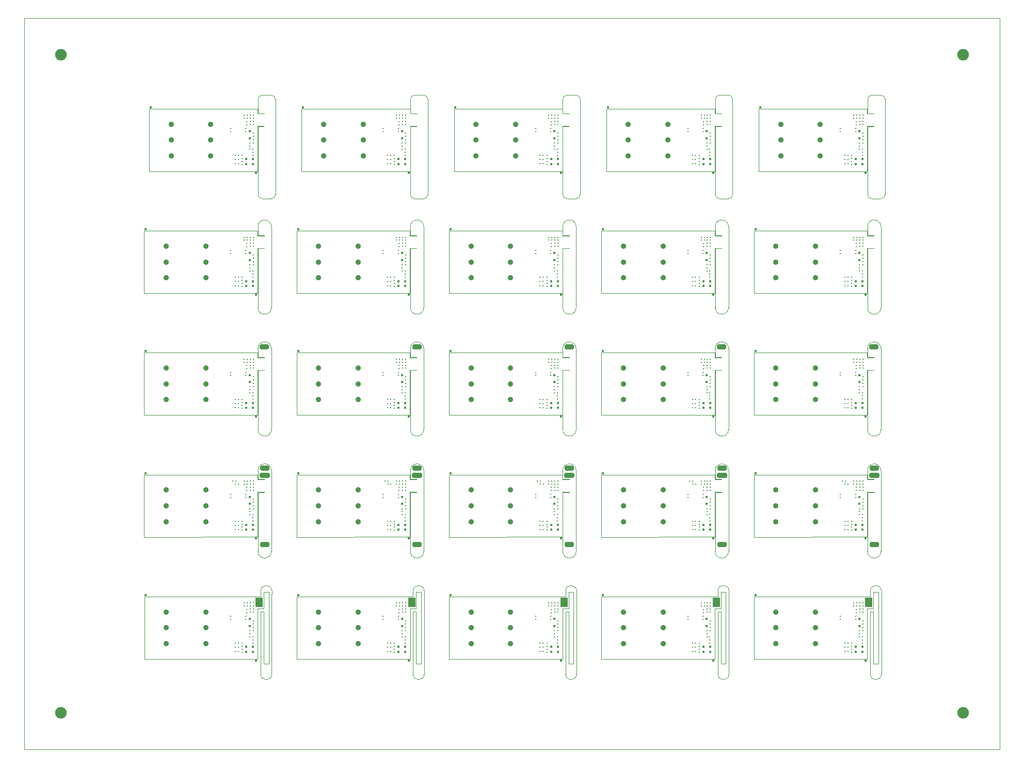
<source format=gbr>
G04 EasyPC Gerber Version 20.0.2 Build 4112 *
G04 #@! TF.Part,Single*
G04 #@! TF.FileFunction,Paste,Top *
%FSLAX35Y35*%
%MOIN*%
G04 #@! TA.AperFunction,WasherPad*
%ADD125R,0.04718X0.05899*%
G04 #@! TA.AperFunction,SMDPad*
%ADD82R,0.00781X0.00781*%
%ADD105R,0.01569X0.01569*%
G04 #@! TD.AperFunction*
%ADD11C,0.00004*%
%ADD14C,0.00079*%
G04 #@! TA.AperFunction,SMDPad*
%ADD84C,0.00466*%
G04 #@! TA.AperFunction,WasherPad*
%ADD81C,0.01569*%
%ADD79C,0.03537*%
%ADD77C,0.07474*%
%AMT122*0 Rounded Rectangle Pad at angle 90*4,1,48,0.02950,-0.00310,0.02950,0.00310,0.02935,0.00518,0.02891,0.00721,0.02818,0.00916,0.02718,0.01098,0.02593,0.01265,0.02446,0.01412,0.02280,0.01537,0.02097,0.01637,0.01902,0.01709,0.01699,0.01754,0.01491,0.01769,-0.01491,0.01769,-0.01699,0.01754,-0.01902,0.01709,-0.02097,0.01637,-0.02280,0.01537,-0.02446,0.01412,-0.02593,0.01265,-0.02718,0.01098,-0.02818,0.00916,-0.02891,0.00721,-0.02935,0.00518,-0.02950,0.00310,-0.02950,-0.00310,-0.02935,-0.00518,-0.02891,-0.00721,-0.02818,-0.00916,-0.02718,-0.01098,-0.02593,-0.01265,-0.02446,-0.01412,-0.02280,-0.01537,-0.02097,-0.01637,-0.01902,-0.01709,-0.01699,-0.01754,-0.01491,-0.01769,0.01491,-0.01769,0.01699,-0.01754,0.01902,-0.01709,0.02097,-0.01637,0.02280,-0.01537,0.02446,-0.01412,0.02593,-0.01265,0.02718,-0.01098,0.02818,-0.00916,0.02891,-0.00721,0.02935,-0.00518,0.02950,-0.00310,0*%
%ADD122T122*%
%AMT128*0 Rounded Rectangle Pad at angle 90*4,1,48,0.03343,-0.00310,0.03343,0.00310,0.03328,0.00518,0.03284,0.00721,0.03211,0.00916,0.03112,0.01098,0.02987,0.01265,0.02840,0.01412,0.02673,0.01537,0.02491,0.01637,0.02296,0.01709,0.02093,0.01754,0.01885,0.01769,-0.01885,0.01769,-0.02093,0.01754,-0.02296,0.01709,-0.02491,0.01637,-0.02673,0.01537,-0.02840,0.01412,-0.02987,0.01265,-0.03112,0.01098,-0.03211,0.00916,-0.03284,0.00721,-0.03328,0.00518,-0.03343,0.00310,-0.03343,-0.00310,-0.03328,-0.00518,-0.03284,-0.00721,-0.03211,-0.00916,-0.03112,-0.01098,-0.02987,-0.01265,-0.02840,-0.01412,-0.02673,-0.01537,-0.02491,-0.01637,-0.02296,-0.01709,-0.02093,-0.01754,-0.01885,-0.01769,0.01885,-0.01769,0.02093,-0.01754,0.02296,-0.01709,0.02491,-0.01637,0.02673,-0.01537,0.02840,-0.01412,0.02987,-0.01265,0.03112,-0.01098,0.03211,-0.00916,0.03284,-0.00721,0.03328,-0.00518,0.03343,-0.00310,0*%
%ADD128T128*%
X0Y0D02*
D02*
D11*
X77413Y137346D02*
Y177665D01*
X147432Y177673*
X150637Y177665*
Y174520*
X154972*
Y174720*
X150838*
Y180287*
G75*
G02X159503I4333*
G01*
Y128102*
G75*
G02X150838I-4333*
G01*
Y166299*
X154972*
Y166500*
X150637*
Y137362*
X77413Y137346*
Y216087D02*
Y256406D01*
X147432Y256413*
X150637Y256406*
Y253260*
X154972*
Y253461*
X150838*
Y259028*
G75*
G02X159503I4333*
G01*
Y206843*
G75*
G02X150838I-4333*
G01*
Y245039*
X154972*
Y245240*
X150637*
Y216102*
X77413Y216087*
Y294827D02*
Y335146D01*
X147432Y335154*
X150637Y335146*
Y332000*
X154972*
Y332201*
X150838*
Y337768*
G75*
G02X159503I4333*
G01*
Y285583*
G75*
G02X150838I-4333*
G01*
Y323780*
X154972*
Y323980*
X150637*
Y294843*
X77413Y294827*
X77436Y58622D02*
X150669D01*
Y91335*
X154613*
Y101925*
X157755*
Y55622*
X154613*
Y89331*
X152641*
Y48764*
G75*
G03X159724I3541*
G01*
Y97815*
X159771Y102543*
G75*
G03X152641I-3565*
G01*
Y98961*
X77417*
X77436Y98941*
Y58622*
X80602Y373583D02*
Y413898D01*
X150684Y413925*
Y410772*
X155019*
Y410972*
X150881*
Y419996*
G75*
G02X153669Y422783I2787*
G01*
X159363*
G75*
G02X162106Y420041J-2743*
G01*
Y358581*
G75*
G02X159374Y355850I-2731*
G01*
X153654*
G75*
G02X150881Y358623J2773*
G01*
Y402551*
X154731*
Y402752*
X150684*
Y373614*
X80602Y373583*
X175838Y137346D02*
Y177665D01*
X245857Y177673*
X249062Y177665*
Y174520*
X253397*
Y174720*
X249263*
Y180287*
G75*
G02X257928I4333*
G01*
Y128102*
G75*
G02X249263I-4333*
G01*
Y166299*
X253397*
Y166500*
X249062*
Y137362*
X175838Y137346*
Y216087D02*
Y256406D01*
X245857Y256413*
X249062Y256406*
Y253260*
X253397*
Y253461*
X249263*
Y259028*
G75*
G02X257928I4333*
G01*
Y206843*
G75*
G02X249263I-4333*
G01*
Y245039*
X253397*
Y245240*
X249062*
Y216102*
X175838Y216087*
Y294827D02*
Y335146D01*
X245857Y335154*
X249062Y335146*
Y332000*
X253397*
Y332201*
X249263*
Y337768*
G75*
G02X257928I4333*
G01*
Y285583*
G75*
G02X249263I-4333*
G01*
Y323780*
X253397*
Y323980*
X249062*
Y294843*
X175838Y294827*
X175861Y58622D02*
X249094D01*
Y91335*
X253039*
Y101925*
X256180*
Y55622*
X253039*
Y89331*
X251066*
Y48764*
G75*
G03X258149I3541*
G01*
Y97815*
X258196Y102543*
G75*
G03X251066I-3565*
G01*
Y98961*
X175842*
X175861Y98941*
Y58622*
X179027Y373583D02*
Y413898D01*
X249109Y413925*
Y410772*
X253444*
Y410972*
X249306*
Y419996*
G75*
G02X252094Y422783I2787*
G01*
X257788*
G75*
G02X260531Y420041J-2743*
G01*
Y358581*
G75*
G02X257800Y355850I-2731*
G01*
X252079*
G75*
G02X249306Y358623J2773*
G01*
Y402551*
X253157*
Y402752*
X249109*
Y373614*
X179027Y373583*
X274263Y137346D02*
Y177665D01*
X344283Y177673*
X347487Y177665*
Y174520*
X351822*
Y174720*
X347688*
Y180287*
G75*
G02X356354I4333*
G01*
Y128102*
G75*
G02X347688I-4333*
G01*
Y166299*
X351822*
Y166500*
X347487*
Y137362*
X274263Y137346*
Y216087D02*
Y256406D01*
X344283Y256413*
X347487Y256406*
Y253260*
X351822*
Y253461*
X347688*
Y259028*
G75*
G02X356354I4333*
G01*
Y206843*
G75*
G02X347688I-4333*
G01*
Y245039*
X351822*
Y245240*
X347487*
Y216102*
X274263Y216087*
Y294827D02*
Y335146D01*
X344283Y335154*
X347487Y335146*
Y332000*
X351822*
Y332201*
X347688*
Y337768*
G75*
G02X356354I4333*
G01*
Y285583*
G75*
G02X347688I-4333*
G01*
Y323780*
X351822*
Y323980*
X347487*
Y294843*
X274263Y294827*
X274287Y58622D02*
X347519D01*
Y91335*
X351464*
Y101925*
X354606*
Y55622*
X351464*
Y89331*
X349491*
Y48764*
G75*
G03X356574I3541*
G01*
Y97815*
X356621Y102543*
G75*
G03X349491I-3565*
G01*
Y98961*
X274267*
X274287Y98941*
Y58622*
X277452Y373583D02*
Y413898D01*
X347535Y413925*
Y410772*
X351869*
Y410972*
X347731*
Y419996*
G75*
G02X350519Y422783I2787*
G01*
X356213*
G75*
G02X358956Y420041J-2743*
G01*
Y358581*
G75*
G02X356225Y355850I-2731*
G01*
X350504*
G75*
G02X347731Y358623J2773*
G01*
Y402551*
X351582*
Y402752*
X347535*
Y373614*
X277452Y373583*
X372688Y137346D02*
Y177665D01*
X442708Y177673*
X445913Y177665*
Y174520*
X450247*
Y174720*
X446113*
Y180287*
G75*
G02X454779I4333*
G01*
Y128102*
G75*
G02X446113I-4333*
G01*
Y166299*
X450247*
Y166500*
X445913*
Y137362*
X372688Y137346*
Y216087D02*
Y256406D01*
X442708Y256413*
X445913Y256406*
Y253260*
X450247*
Y253461*
X446113*
Y259028*
G75*
G02X454779I4333*
G01*
Y206843*
G75*
G02X446113I-4333*
G01*
Y245039*
X450247*
Y245240*
X445913*
Y216102*
X372688Y216087*
Y294827D02*
Y335146D01*
X442708Y335154*
X445913Y335146*
Y332000*
X450247*
Y332201*
X446113*
Y337768*
G75*
G02X454779I4333*
G01*
Y285583*
G75*
G02X446113I-4333*
G01*
Y323780*
X450247*
Y323980*
X445913*
Y294843*
X372688Y294827*
X372712Y58622D02*
X445944D01*
Y91335*
X449889*
Y101925*
X453031*
Y55622*
X449889*
Y89331*
X447917*
Y48764*
G75*
G03X454999I3541*
G01*
Y97815*
X455046Y102543*
G75*
G03X447917I-3565*
G01*
Y98961*
X372692*
X372712Y98941*
Y58622*
X375877Y373583D02*
Y413898D01*
X445960Y413925*
Y410772*
X450294*
Y410972*
X446157*
Y419996*
G75*
G02X448944Y422783I2787*
G01*
X454638*
G75*
G02X457381Y420041J-2743*
G01*
Y358581*
G75*
G02X454650Y355850I-2731*
G01*
X448930*
G75*
G02X446157Y358623J2773*
G01*
Y402551*
X450007*
Y402752*
X445960*
Y373614*
X375877Y373583*
X471113Y137346D02*
Y177665D01*
X541133Y177673*
X544338Y177665*
Y174520*
X548672*
Y174720*
X544539*
Y180287*
G75*
G02X553204I4333*
G01*
Y128102*
G75*
G02X544539I-4333*
G01*
Y166299*
X548672*
Y166500*
X544338*
Y137362*
X471113Y137346*
Y216087D02*
Y256406D01*
X541133Y256413*
X544338Y256406*
Y253260*
X548672*
Y253461*
X544539*
Y259028*
G75*
G02X553204I4333*
G01*
Y206843*
G75*
G02X544539I-4333*
G01*
Y245039*
X548672*
Y245240*
X544338*
Y216102*
X471113Y216087*
Y294827D02*
Y335146D01*
X541133Y335154*
X544338Y335146*
Y332000*
X548672*
Y332201*
X544539*
Y337768*
G75*
G02X553204I4333*
G01*
Y285583*
G75*
G02X544539I-4333*
G01*
Y323780*
X548672*
Y323980*
X544338*
Y294843*
X471113Y294827*
X471137Y58622D02*
X544369D01*
Y91335*
X548314*
Y101925*
X551456*
Y55622*
X548314*
Y89331*
X546342*
Y48764*
G75*
G03X553424I3541*
G01*
Y97815*
X553472Y102543*
G75*
G03X546342I-3565*
G01*
Y98961*
X471117*
X471137Y98941*
Y58622*
X474302Y373583D02*
Y413898D01*
X544385Y413925*
Y410772*
X548720*
Y410972*
X544582*
Y419996*
G75*
G02X547369Y422783I2787*
G01*
X553063*
G75*
G02X555806Y420041J-2743*
G01*
Y358581*
G75*
G02X553075Y355850I-2731*
G01*
X547355*
G75*
G02X544582Y358623J2773*
G01*
Y402551*
X548432*
Y402752*
X544385*
Y373614*
X474302Y373583*
D02*
D14*
X39Y39D02*
X629961D01*
Y472480*
X39*
Y39*
D02*
D77*
X23701Y23701D03*
Y448819D03*
X606299Y23701D03*
Y448819D03*
D02*
D79*
X91627Y68543D03*
Y78779D03*
Y89015D03*
Y147283D03*
Y157519D03*
Y167755D03*
Y226023D03*
Y236259D03*
Y246495D03*
Y304763D03*
Y314999D03*
Y325235D03*
X94777Y383503D03*
Y393739D03*
Y403976D03*
X117218Y68543D03*
Y78779D03*
Y89015D03*
Y147283D03*
Y157519D03*
Y167755D03*
Y226023D03*
Y236259D03*
Y246495D03*
Y304763D03*
Y314999D03*
Y325235D03*
X120367Y383503D03*
Y393739D03*
Y403976D03*
X190052Y68543D03*
Y78779D03*
Y89015D03*
Y147283D03*
Y157519D03*
Y167755D03*
Y226023D03*
Y236259D03*
Y246495D03*
Y304763D03*
Y314999D03*
Y325235D03*
X193202Y383503D03*
Y393739D03*
Y403976D03*
X215643Y68543D03*
Y78779D03*
Y89015D03*
Y147283D03*
Y157519D03*
Y167755D03*
Y226023D03*
Y236259D03*
Y246495D03*
Y304763D03*
Y314999D03*
Y325235D03*
X218793Y383503D03*
Y393739D03*
Y403976D03*
X288478Y68543D03*
Y78779D03*
Y89015D03*
Y147283D03*
Y157519D03*
Y167755D03*
Y226023D03*
Y236259D03*
Y246495D03*
Y304763D03*
Y314999D03*
Y325235D03*
X291627Y383503D03*
Y393739D03*
Y403976D03*
X314068Y68543D03*
Y78779D03*
Y89015D03*
Y147283D03*
Y157519D03*
Y167755D03*
Y226023D03*
Y236259D03*
Y246495D03*
Y304763D03*
Y314999D03*
Y325235D03*
X317218Y383503D03*
Y393739D03*
Y403976D03*
X386903Y68543D03*
Y78779D03*
Y89015D03*
Y147283D03*
Y157519D03*
Y167755D03*
Y226023D03*
Y236259D03*
Y246495D03*
Y304763D03*
Y314999D03*
Y325235D03*
X390052Y383503D03*
Y393739D03*
Y403976D03*
X412493Y68543D03*
Y78779D03*
Y89015D03*
Y147283D03*
Y157519D03*
Y167755D03*
Y226023D03*
Y236259D03*
Y246495D03*
Y304763D03*
Y314999D03*
Y325235D03*
X415643Y383503D03*
Y393739D03*
Y403976D03*
X485328Y68543D03*
Y78779D03*
Y89015D03*
Y147283D03*
Y157519D03*
Y167755D03*
Y226023D03*
Y236259D03*
Y246495D03*
Y304763D03*
Y314999D03*
Y325235D03*
X488478Y383503D03*
Y393739D03*
Y403976D03*
X510919Y68543D03*
Y78779D03*
Y89015D03*
Y147283D03*
Y157519D03*
Y167755D03*
Y226023D03*
Y236259D03*
Y246495D03*
Y304763D03*
Y314999D03*
Y325235D03*
X514068Y383503D03*
Y393739D03*
Y403976D03*
D02*
D81*
X78399Y99921D03*
Y178661D03*
Y257402D03*
Y336142D03*
X81548Y414882D03*
X145429Y79945D03*
Y84472D03*
Y158685D03*
Y163213D03*
Y237425D03*
Y241953D03*
Y316165D03*
Y320693D03*
Y394906D03*
Y399433D03*
X149659Y57638D03*
Y136378D03*
Y215118D03*
Y293858D03*
Y372598D03*
X176824Y99921D03*
Y178661D03*
Y257402D03*
Y336142D03*
X179974Y414882D03*
X243854Y79945D03*
Y84472D03*
Y158685D03*
Y163213D03*
Y237425D03*
Y241953D03*
Y316165D03*
Y320693D03*
Y394906D03*
Y399433D03*
X248084Y57638D03*
Y136378D03*
Y215118D03*
Y293858D03*
Y372598D03*
X275249Y99921D03*
Y178661D03*
Y257402D03*
Y336142D03*
X278399Y414882D03*
X342280Y79945D03*
Y84472D03*
Y158685D03*
Y163213D03*
Y237425D03*
Y241953D03*
Y316165D03*
Y320693D03*
Y394906D03*
Y399433D03*
X346509Y57638D03*
Y136378D03*
Y215118D03*
Y293858D03*
Y372598D03*
X373674Y99921D03*
Y178661D03*
Y257402D03*
Y336142D03*
X376824Y414882D03*
X440705Y79945D03*
Y84472D03*
Y158685D03*
Y163213D03*
Y237425D03*
Y241953D03*
Y316165D03*
Y320693D03*
Y394906D03*
Y399433D03*
X444934Y57638D03*
Y136378D03*
Y215118D03*
Y293858D03*
Y372598D03*
X472100Y99921D03*
Y178661D03*
Y257402D03*
Y336142D03*
X475249Y414882D03*
X539130Y79945D03*
Y84472D03*
Y158685D03*
Y163213D03*
Y237425D03*
Y241953D03*
Y316165D03*
Y320693D03*
Y394906D03*
Y399433D03*
X543359Y57638D03*
Y136378D03*
Y215118D03*
Y293858D03*
Y372598D03*
D02*
D82*
X133243Y84205D03*
Y86173D03*
Y162945D03*
Y164913D03*
Y241685D03*
Y243654D03*
Y320425D03*
Y322394D03*
Y399165D03*
Y401134D03*
X134460Y173366D03*
X136165Y63453D03*
Y66146D03*
Y68839D03*
Y142193D03*
Y144886D03*
Y147579D03*
Y220933D03*
Y223626D03*
Y226319D03*
Y299673D03*
Y302366D03*
Y305059D03*
Y378413D03*
Y381106D03*
Y383799D03*
X136330Y171358D03*
X136428Y173366D03*
X138133Y63453D03*
Y66146D03*
Y68839D03*
Y142193D03*
Y144886D03*
Y147579D03*
Y220933D03*
Y223626D03*
Y226319D03*
Y299673D03*
Y302366D03*
Y305059D03*
Y378413D03*
Y381106D03*
Y383799D03*
X138298Y171358D03*
X140645Y62988D03*
Y64957D03*
Y66866D03*
Y68835D03*
Y141728D03*
Y143697D03*
Y145606D03*
Y147575D03*
Y220469D03*
Y222437D03*
Y224346D03*
Y226315D03*
Y299209D03*
Y301177D03*
Y303087D03*
Y305055D03*
Y377949D03*
Y379917D03*
Y381827D03*
Y383795D03*
X141842Y92815D03*
Y94783D03*
Y171555D03*
Y173524D03*
Y250295D03*
Y252264D03*
Y329035D03*
Y331004D03*
Y407776D03*
Y409744D03*
X143067Y84205D03*
Y86173D03*
Y162945D03*
Y164913D03*
Y241685D03*
Y243654D03*
Y320425D03*
Y322394D03*
Y399165D03*
Y401134D03*
X143417Y88677D03*
Y90646D03*
Y167417D03*
Y169386D03*
Y246157D03*
Y248126D03*
Y324898D03*
Y326866D03*
Y403638D03*
Y405606D03*
X143810Y92815D03*
Y94783D03*
Y171555D03*
Y173524D03*
Y250295D03*
Y252264D03*
Y329035D03*
Y331004D03*
Y407776D03*
Y409744D03*
X145483Y74953D03*
Y76921D03*
Y153693D03*
Y155661D03*
Y232433D03*
Y234402D03*
Y311173D03*
Y313142D03*
Y389913D03*
Y391882D03*
X145487Y72996D03*
Y151736D03*
Y230476D03*
Y309217D03*
Y387957D03*
X145779Y88878D03*
Y90846D03*
Y92815D03*
Y94783D03*
Y167618D03*
Y169587D03*
Y171555D03*
Y173524D03*
Y246358D03*
Y248327D03*
Y250295D03*
Y252264D03*
Y325098D03*
Y327067D03*
Y329035D03*
Y331004D03*
Y403839D03*
Y405807D03*
Y407776D03*
Y409744D03*
X147456Y68992D03*
Y70961D03*
Y72996D03*
Y147732D03*
Y149701D03*
Y151736D03*
Y226472D03*
Y228441D03*
Y230476D03*
Y305213D03*
Y307181D03*
Y309217D03*
Y383953D03*
Y385921D03*
Y387957D03*
X147747Y88878D03*
Y90846D03*
Y92815D03*
Y94783D03*
Y167618D03*
Y169587D03*
Y171555D03*
Y173524D03*
Y246358D03*
Y248327D03*
Y250295D03*
Y252264D03*
Y325098D03*
Y327067D03*
Y329035D03*
Y331004D03*
Y403839D03*
Y405807D03*
Y407776D03*
Y409744D03*
X147791Y76941D03*
Y78909D03*
Y81240D03*
Y83209D03*
Y155681D03*
Y157650D03*
Y159980D03*
Y161949D03*
Y234421D03*
Y236390D03*
Y238720D03*
Y240689D03*
Y313161D03*
Y315130D03*
Y317461D03*
Y319429D03*
Y391902D03*
Y393870D03*
Y396201D03*
Y398169D03*
X231669Y84205D03*
Y86173D03*
Y162945D03*
Y164913D03*
Y241685D03*
Y243654D03*
Y320425D03*
Y322394D03*
Y399165D03*
Y401134D03*
X232885Y173366D03*
X234590Y63453D03*
Y66146D03*
Y68839D03*
Y142193D03*
Y144886D03*
Y147579D03*
Y220933D03*
Y223626D03*
Y226319D03*
Y299673D03*
Y302366D03*
Y305059D03*
Y378413D03*
Y381106D03*
Y383799D03*
X234755Y171358D03*
X234854Y173366D03*
X236558Y63453D03*
Y66146D03*
Y68839D03*
Y142193D03*
Y144886D03*
Y147579D03*
Y220933D03*
Y223626D03*
Y226319D03*
Y299673D03*
Y302366D03*
Y305059D03*
Y378413D03*
Y381106D03*
Y383799D03*
X236724Y171358D03*
X239070Y62988D03*
Y64957D03*
Y66866D03*
Y68835D03*
Y141728D03*
Y143697D03*
Y145606D03*
Y147575D03*
Y220469D03*
Y222437D03*
Y224346D03*
Y226315D03*
Y299209D03*
Y301177D03*
Y303087D03*
Y305055D03*
Y377949D03*
Y379917D03*
Y381827D03*
Y383795D03*
X240267Y92815D03*
Y94783D03*
Y171555D03*
Y173524D03*
Y250295D03*
Y252264D03*
Y329035D03*
Y331004D03*
Y407776D03*
Y409744D03*
X241492Y84205D03*
Y86173D03*
Y162945D03*
Y164913D03*
Y241685D03*
Y243654D03*
Y320425D03*
Y322394D03*
Y399165D03*
Y401134D03*
X241842Y88677D03*
Y90646D03*
Y167417D03*
Y169386D03*
Y246157D03*
Y248126D03*
Y324898D03*
Y326866D03*
Y403638D03*
Y405606D03*
X242235Y92815D03*
Y94783D03*
Y171555D03*
Y173524D03*
Y250295D03*
Y252264D03*
Y329035D03*
Y331004D03*
Y407776D03*
Y409744D03*
X243909Y74953D03*
Y76921D03*
Y153693D03*
Y155661D03*
Y232433D03*
Y234402D03*
Y311173D03*
Y313142D03*
Y389913D03*
Y391882D03*
X243913Y72996D03*
Y151736D03*
Y230476D03*
Y309217D03*
Y387957D03*
X244204Y88878D03*
Y90846D03*
Y92815D03*
Y94783D03*
Y167618D03*
Y169587D03*
Y171555D03*
Y173524D03*
Y246358D03*
Y248327D03*
Y250295D03*
Y252264D03*
Y325098D03*
Y327067D03*
Y329035D03*
Y331004D03*
Y403839D03*
Y405807D03*
Y407776D03*
Y409744D03*
X245881Y68992D03*
Y70961D03*
Y72996D03*
Y147732D03*
Y149701D03*
Y151736D03*
Y226472D03*
Y228441D03*
Y230476D03*
Y305213D03*
Y307181D03*
Y309217D03*
Y383953D03*
Y385921D03*
Y387957D03*
X246172Y88878D03*
Y90846D03*
Y92815D03*
Y94783D03*
Y167618D03*
Y169587D03*
Y171555D03*
Y173524D03*
Y246358D03*
Y248327D03*
Y250295D03*
Y252264D03*
Y325098D03*
Y327067D03*
Y329035D03*
Y331004D03*
Y403839D03*
Y405807D03*
Y407776D03*
Y409744D03*
X246217Y76941D03*
Y78909D03*
Y81240D03*
Y83209D03*
Y155681D03*
Y157650D03*
Y159980D03*
Y161949D03*
Y234421D03*
Y236390D03*
Y238720D03*
Y240689D03*
Y313161D03*
Y315130D03*
Y317461D03*
Y319429D03*
Y391902D03*
Y393870D03*
Y396201D03*
Y398169D03*
X330094Y84205D03*
Y86173D03*
Y162945D03*
Y164913D03*
Y241685D03*
Y243654D03*
Y320425D03*
Y322394D03*
Y399165D03*
Y401134D03*
X331310Y173366D03*
X333015Y63453D03*
Y66146D03*
Y68839D03*
Y142193D03*
Y144886D03*
Y147579D03*
Y220933D03*
Y223626D03*
Y226319D03*
Y299673D03*
Y302366D03*
Y305059D03*
Y378413D03*
Y381106D03*
Y383799D03*
X333180Y171358D03*
X333279Y173366D03*
X334983Y63453D03*
Y66146D03*
Y68839D03*
Y142193D03*
Y144886D03*
Y147579D03*
Y220933D03*
Y223626D03*
Y226319D03*
Y299673D03*
Y302366D03*
Y305059D03*
Y378413D03*
Y381106D03*
Y383799D03*
X335149Y171358D03*
X337495Y62988D03*
Y64957D03*
Y66866D03*
Y68835D03*
Y141728D03*
Y143697D03*
Y145606D03*
Y147575D03*
Y220469D03*
Y222437D03*
Y224346D03*
Y226315D03*
Y299209D03*
Y301177D03*
Y303087D03*
Y305055D03*
Y377949D03*
Y379917D03*
Y381827D03*
Y383795D03*
X338692Y92815D03*
Y94783D03*
Y171555D03*
Y173524D03*
Y250295D03*
Y252264D03*
Y329035D03*
Y331004D03*
Y407776D03*
Y409744D03*
X339917Y84205D03*
Y86173D03*
Y162945D03*
Y164913D03*
Y241685D03*
Y243654D03*
Y320425D03*
Y322394D03*
Y399165D03*
Y401134D03*
X340267Y88677D03*
Y90646D03*
Y167417D03*
Y169386D03*
Y246157D03*
Y248126D03*
Y324898D03*
Y326866D03*
Y403638D03*
Y405606D03*
X340661Y92815D03*
Y94783D03*
Y171555D03*
Y173524D03*
Y250295D03*
Y252264D03*
Y329035D03*
Y331004D03*
Y407776D03*
Y409744D03*
X342334Y74953D03*
Y76921D03*
Y153693D03*
Y155661D03*
Y232433D03*
Y234402D03*
Y311173D03*
Y313142D03*
Y389913D03*
Y391882D03*
X342338Y72996D03*
Y151736D03*
Y230476D03*
Y309217D03*
Y387957D03*
X342629Y88878D03*
Y90846D03*
Y92815D03*
Y94783D03*
Y167618D03*
Y169587D03*
Y171555D03*
Y173524D03*
Y246358D03*
Y248327D03*
Y250295D03*
Y252264D03*
Y325098D03*
Y327067D03*
Y329035D03*
Y331004D03*
Y403839D03*
Y405807D03*
Y407776D03*
Y409744D03*
X344306Y68992D03*
Y70961D03*
Y72996D03*
Y147732D03*
Y149701D03*
Y151736D03*
Y226472D03*
Y228441D03*
Y230476D03*
Y305213D03*
Y307181D03*
Y309217D03*
Y383953D03*
Y385921D03*
Y387957D03*
X344598Y88878D03*
Y90846D03*
Y92815D03*
Y94783D03*
Y167618D03*
Y169587D03*
Y171555D03*
Y173524D03*
Y246358D03*
Y248327D03*
Y250295D03*
Y252264D03*
Y325098D03*
Y327067D03*
Y329035D03*
Y331004D03*
Y403839D03*
Y405807D03*
Y407776D03*
Y409744D03*
X344642Y76941D03*
Y78909D03*
Y81240D03*
Y83209D03*
Y155681D03*
Y157650D03*
Y159980D03*
Y161949D03*
Y234421D03*
Y236390D03*
Y238720D03*
Y240689D03*
Y313161D03*
Y315130D03*
Y317461D03*
Y319429D03*
Y391902D03*
Y393870D03*
Y396201D03*
Y398169D03*
X428519Y84205D03*
Y86173D03*
Y162945D03*
Y164913D03*
Y241685D03*
Y243654D03*
Y320425D03*
Y322394D03*
Y399165D03*
Y401134D03*
X429735Y173366D03*
X431440Y63453D03*
Y66146D03*
Y68839D03*
Y142193D03*
Y144886D03*
Y147579D03*
Y220933D03*
Y223626D03*
Y226319D03*
Y299673D03*
Y302366D03*
Y305059D03*
Y378413D03*
Y381106D03*
Y383799D03*
X431606Y171358D03*
X431704Y173366D03*
X433409Y63453D03*
Y66146D03*
Y68839D03*
Y142193D03*
Y144886D03*
Y147579D03*
Y220933D03*
Y223626D03*
Y226319D03*
Y299673D03*
Y302366D03*
Y305059D03*
Y378413D03*
Y381106D03*
Y383799D03*
X433574Y171358D03*
X435920Y62988D03*
Y64957D03*
Y66866D03*
Y68835D03*
Y141728D03*
Y143697D03*
Y145606D03*
Y147575D03*
Y220469D03*
Y222437D03*
Y224346D03*
Y226315D03*
Y299209D03*
Y301177D03*
Y303087D03*
Y305055D03*
Y377949D03*
Y379917D03*
Y381827D03*
Y383795D03*
X437117Y92815D03*
Y94783D03*
Y171555D03*
Y173524D03*
Y250295D03*
Y252264D03*
Y329035D03*
Y331004D03*
Y407776D03*
Y409744D03*
X438343Y84205D03*
Y86173D03*
Y162945D03*
Y164913D03*
Y241685D03*
Y243654D03*
Y320425D03*
Y322394D03*
Y399165D03*
Y401134D03*
X438692Y88677D03*
Y90646D03*
Y167417D03*
Y169386D03*
Y246157D03*
Y248126D03*
Y324898D03*
Y326866D03*
Y403638D03*
Y405606D03*
X439086Y92815D03*
Y94783D03*
Y171555D03*
Y173524D03*
Y250295D03*
Y252264D03*
Y329035D03*
Y331004D03*
Y407776D03*
Y409744D03*
X440759Y74953D03*
Y76921D03*
Y153693D03*
Y155661D03*
Y232433D03*
Y234402D03*
Y311173D03*
Y313142D03*
Y389913D03*
Y391882D03*
X440763Y72996D03*
Y151736D03*
Y230476D03*
Y309217D03*
Y387957D03*
X441054Y88878D03*
Y90846D03*
Y92815D03*
Y94783D03*
Y167618D03*
Y169587D03*
Y171555D03*
Y173524D03*
Y246358D03*
Y248327D03*
Y250295D03*
Y252264D03*
Y325098D03*
Y327067D03*
Y329035D03*
Y331004D03*
Y403839D03*
Y405807D03*
Y407776D03*
Y409744D03*
X442731Y68992D03*
Y70961D03*
Y72996D03*
Y147732D03*
Y149701D03*
Y151736D03*
Y226472D03*
Y228441D03*
Y230476D03*
Y305213D03*
Y307181D03*
Y309217D03*
Y383953D03*
Y385921D03*
Y387957D03*
X443023Y88878D03*
Y90846D03*
Y92815D03*
Y94783D03*
Y167618D03*
Y169587D03*
Y171555D03*
Y173524D03*
Y246358D03*
Y248327D03*
Y250295D03*
Y252264D03*
Y325098D03*
Y327067D03*
Y329035D03*
Y331004D03*
Y403839D03*
Y405807D03*
Y407776D03*
Y409744D03*
X443067Y76941D03*
Y78909D03*
Y81240D03*
Y83209D03*
Y155681D03*
Y157650D03*
Y159980D03*
Y161949D03*
Y234421D03*
Y236390D03*
Y238720D03*
Y240689D03*
Y313161D03*
Y315130D03*
Y317461D03*
Y319429D03*
Y391902D03*
Y393870D03*
Y396201D03*
Y398169D03*
X526944Y84205D03*
Y86173D03*
Y162945D03*
Y164913D03*
Y241685D03*
Y243654D03*
Y320425D03*
Y322394D03*
Y399165D03*
Y401134D03*
X528161Y173366D03*
X529865Y63453D03*
Y66146D03*
Y68839D03*
Y142193D03*
Y144886D03*
Y147579D03*
Y220933D03*
Y223626D03*
Y226319D03*
Y299673D03*
Y302366D03*
Y305059D03*
Y378413D03*
Y381106D03*
Y383799D03*
X530031Y171358D03*
X530129Y173366D03*
X531834Y63453D03*
Y66146D03*
Y68839D03*
Y142193D03*
Y144886D03*
Y147579D03*
Y220933D03*
Y223626D03*
Y226319D03*
Y299673D03*
Y302366D03*
Y305059D03*
Y378413D03*
Y381106D03*
Y383799D03*
X531999Y171358D03*
X534346Y62988D03*
Y64957D03*
Y66866D03*
Y68835D03*
Y141728D03*
Y143697D03*
Y145606D03*
Y147575D03*
Y220469D03*
Y222437D03*
Y224346D03*
Y226315D03*
Y299209D03*
Y301177D03*
Y303087D03*
Y305055D03*
Y377949D03*
Y379917D03*
Y381827D03*
Y383795D03*
X535543Y92815D03*
Y94783D03*
Y171555D03*
Y173524D03*
Y250295D03*
Y252264D03*
Y329035D03*
Y331004D03*
Y407776D03*
Y409744D03*
X536768Y84205D03*
Y86173D03*
Y162945D03*
Y164913D03*
Y241685D03*
Y243654D03*
Y320425D03*
Y322394D03*
Y399165D03*
Y401134D03*
X537117Y88677D03*
Y90646D03*
Y167417D03*
Y169386D03*
Y246157D03*
Y248126D03*
Y324898D03*
Y326866D03*
Y403638D03*
Y405606D03*
X537511Y92815D03*
Y94783D03*
Y171555D03*
Y173524D03*
Y250295D03*
Y252264D03*
Y329035D03*
Y331004D03*
Y407776D03*
Y409744D03*
X539184Y74953D03*
Y76921D03*
Y153693D03*
Y155661D03*
Y232433D03*
Y234402D03*
Y311173D03*
Y313142D03*
Y389913D03*
Y391882D03*
X539188Y72996D03*
Y151736D03*
Y230476D03*
Y309217D03*
Y387957D03*
X539480Y88878D03*
Y90846D03*
Y92815D03*
Y94783D03*
Y167618D03*
Y169587D03*
Y171555D03*
Y173524D03*
Y246358D03*
Y248327D03*
Y250295D03*
Y252264D03*
Y325098D03*
Y327067D03*
Y329035D03*
Y331004D03*
Y403839D03*
Y405807D03*
Y407776D03*
Y409744D03*
X541157Y68992D03*
Y70961D03*
Y72996D03*
Y147732D03*
Y149701D03*
Y151736D03*
Y226472D03*
Y228441D03*
Y230476D03*
Y305213D03*
Y307181D03*
Y309217D03*
Y383953D03*
Y385921D03*
Y387957D03*
X541448Y88878D03*
Y90846D03*
Y92815D03*
Y94783D03*
Y167618D03*
Y169587D03*
Y171555D03*
Y173524D03*
Y246358D03*
Y248327D03*
Y250295D03*
Y252264D03*
Y325098D03*
Y327067D03*
Y329035D03*
Y331004D03*
Y403839D03*
Y405807D03*
Y407776D03*
Y409744D03*
X541492Y76941D03*
Y78909D03*
Y81240D03*
Y83209D03*
Y155681D03*
Y157650D03*
Y159980D03*
Y161949D03*
Y234421D03*
Y236390D03*
Y238720D03*
Y240689D03*
Y313161D03*
Y315130D03*
Y317461D03*
Y319429D03*
Y391902D03*
Y393870D03*
Y396201D03*
Y398169D03*
D02*
D84*
X133421Y72564D03*
Y74139D03*
Y75713D03*
Y77288D03*
Y78863D03*
Y80438D03*
Y82013D03*
Y151304D03*
Y152879D03*
Y154454D03*
Y156028D03*
Y157603D03*
Y159178D03*
Y160753D03*
Y230044D03*
Y231619D03*
Y233194D03*
Y234769D03*
Y236343D03*
Y237918D03*
Y239493D03*
Y308784D03*
Y310359D03*
Y311934D03*
Y313509D03*
Y315083D03*
Y316658D03*
Y318233D03*
Y387524D03*
Y389099D03*
Y390674D03*
Y392249D03*
Y393824D03*
Y395398D03*
Y396973D03*
X133425Y70993D03*
Y149733D03*
Y228473D03*
Y307213D03*
Y385954D03*
X134996Y70989D03*
Y72564D03*
Y74139D03*
Y75713D03*
Y77288D03*
Y78863D03*
Y80438D03*
Y82013D03*
Y149729D03*
Y151304D03*
Y152879D03*
Y154454D03*
Y156028D03*
Y157603D03*
Y159178D03*
Y160753D03*
Y228469D03*
Y230044D03*
Y231619D03*
Y233194D03*
Y234769D03*
Y236343D03*
Y237918D03*
Y239493D03*
Y307209D03*
Y308784D03*
Y310359D03*
Y311934D03*
Y313509D03*
Y315083D03*
Y316658D03*
Y318233D03*
Y385950D03*
Y387524D03*
Y389099D03*
Y390674D03*
Y392249D03*
Y393824D03*
Y395398D03*
Y396973D03*
X136571Y70989D03*
Y72564D03*
Y74139D03*
Y78863D03*
Y80438D03*
Y82013D03*
Y149729D03*
Y151304D03*
Y152879D03*
Y157603D03*
Y159178D03*
Y160753D03*
Y228469D03*
Y230044D03*
Y231619D03*
Y236343D03*
Y237918D03*
Y239493D03*
Y307209D03*
Y308784D03*
Y310359D03*
Y315083D03*
Y316658D03*
Y318233D03*
Y385950D03*
Y387524D03*
Y389099D03*
Y393824D03*
Y395398D03*
Y396973D03*
X138146Y70989D03*
Y72564D03*
Y74139D03*
Y78863D03*
Y80438D03*
Y82013D03*
Y149729D03*
Y151304D03*
Y152879D03*
Y157603D03*
Y159178D03*
Y160753D03*
Y228469D03*
Y230044D03*
Y231619D03*
Y236343D03*
Y237918D03*
Y239493D03*
Y307209D03*
Y308784D03*
Y310359D03*
Y315083D03*
Y316658D03*
Y318233D03*
Y385950D03*
Y387524D03*
Y389099D03*
Y393824D03*
Y395398D03*
Y396973D03*
X139720Y70989D03*
Y72564D03*
Y74139D03*
Y75713D03*
Y77288D03*
Y78863D03*
Y80438D03*
Y82013D03*
Y149729D03*
Y151304D03*
Y152879D03*
Y154454D03*
Y156028D03*
Y157603D03*
Y159178D03*
Y160753D03*
Y228469D03*
Y230044D03*
Y231619D03*
Y233194D03*
Y234769D03*
Y236343D03*
Y237918D03*
Y239493D03*
Y307209D03*
Y308784D03*
Y310359D03*
Y311934D03*
Y313509D03*
Y315083D03*
Y316658D03*
Y318233D03*
Y385950D03*
Y387524D03*
Y389099D03*
Y390674D03*
Y392249D03*
Y393824D03*
Y395398D03*
Y396973D03*
X141295Y70989D03*
Y72564D03*
Y74139D03*
Y75713D03*
Y77288D03*
Y78863D03*
Y80438D03*
Y82013D03*
Y149729D03*
Y151304D03*
Y152879D03*
Y154454D03*
Y156028D03*
Y157603D03*
Y159178D03*
Y160753D03*
Y228469D03*
Y230044D03*
Y231619D03*
Y233194D03*
Y234769D03*
Y236343D03*
Y237918D03*
Y239493D03*
Y307209D03*
Y308784D03*
Y310359D03*
Y311934D03*
Y313509D03*
Y315083D03*
Y316658D03*
Y318233D03*
Y385950D03*
Y387524D03*
Y389099D03*
Y390674D03*
Y392249D03*
Y393824D03*
Y395398D03*
Y396973D03*
X142870Y70989D03*
Y75713D03*
Y77288D03*
Y78863D03*
Y80438D03*
Y82013D03*
Y149729D03*
Y154454D03*
Y156028D03*
Y157603D03*
Y159178D03*
Y160753D03*
Y228469D03*
Y233194D03*
Y234769D03*
Y236343D03*
Y237918D03*
Y239493D03*
Y307209D03*
Y311934D03*
Y313509D03*
Y315083D03*
Y316658D03*
Y318233D03*
Y385950D03*
Y390674D03*
Y392249D03*
Y393824D03*
Y395398D03*
Y396973D03*
X231846Y72564D03*
Y74139D03*
Y75713D03*
Y77288D03*
Y78863D03*
Y80438D03*
Y82013D03*
Y151304D03*
Y152879D03*
Y154454D03*
Y156028D03*
Y157603D03*
Y159178D03*
Y160753D03*
Y230044D03*
Y231619D03*
Y233194D03*
Y234769D03*
Y236343D03*
Y237918D03*
Y239493D03*
Y308784D03*
Y310359D03*
Y311934D03*
Y313509D03*
Y315083D03*
Y316658D03*
Y318233D03*
Y387524D03*
Y389099D03*
Y390674D03*
Y392249D03*
Y393824D03*
Y395398D03*
Y396973D03*
X231850Y70993D03*
Y149733D03*
Y228473D03*
Y307213D03*
Y385954D03*
X233421Y70989D03*
Y72564D03*
Y74139D03*
Y75713D03*
Y77288D03*
Y78863D03*
Y80438D03*
Y82013D03*
Y149729D03*
Y151304D03*
Y152879D03*
Y154454D03*
Y156028D03*
Y157603D03*
Y159178D03*
Y160753D03*
Y228469D03*
Y230044D03*
Y231619D03*
Y233194D03*
Y234769D03*
Y236343D03*
Y237918D03*
Y239493D03*
Y307209D03*
Y308784D03*
Y310359D03*
Y311934D03*
Y313509D03*
Y315083D03*
Y316658D03*
Y318233D03*
Y385950D03*
Y387524D03*
Y389099D03*
Y390674D03*
Y392249D03*
Y393824D03*
Y395398D03*
Y396973D03*
X234996Y70989D03*
Y72564D03*
Y74139D03*
Y78863D03*
Y80438D03*
Y82013D03*
Y149729D03*
Y151304D03*
Y152879D03*
Y157603D03*
Y159178D03*
Y160753D03*
Y228469D03*
Y230044D03*
Y231619D03*
Y236343D03*
Y237918D03*
Y239493D03*
Y307209D03*
Y308784D03*
Y310359D03*
Y315083D03*
Y316658D03*
Y318233D03*
Y385950D03*
Y387524D03*
Y389099D03*
Y393824D03*
Y395398D03*
Y396973D03*
X236571Y70989D03*
Y72564D03*
Y74139D03*
Y78863D03*
Y80438D03*
Y82013D03*
Y149729D03*
Y151304D03*
Y152879D03*
Y157603D03*
Y159178D03*
Y160753D03*
Y228469D03*
Y230044D03*
Y231619D03*
Y236343D03*
Y237918D03*
Y239493D03*
Y307209D03*
Y308784D03*
Y310359D03*
Y315083D03*
Y316658D03*
Y318233D03*
Y385950D03*
Y387524D03*
Y389099D03*
Y393824D03*
Y395398D03*
Y396973D03*
X238146Y70989D03*
Y72564D03*
Y74139D03*
Y75713D03*
Y77288D03*
Y78863D03*
Y80438D03*
Y82013D03*
Y149729D03*
Y151304D03*
Y152879D03*
Y154454D03*
Y156028D03*
Y157603D03*
Y159178D03*
Y160753D03*
Y228469D03*
Y230044D03*
Y231619D03*
Y233194D03*
Y234769D03*
Y236343D03*
Y237918D03*
Y239493D03*
Y307209D03*
Y308784D03*
Y310359D03*
Y311934D03*
Y313509D03*
Y315083D03*
Y316658D03*
Y318233D03*
Y385950D03*
Y387524D03*
Y389099D03*
Y390674D03*
Y392249D03*
Y393824D03*
Y395398D03*
Y396973D03*
X239720Y70989D03*
Y72564D03*
Y74139D03*
Y75713D03*
Y77288D03*
Y78863D03*
Y80438D03*
Y82013D03*
Y149729D03*
Y151304D03*
Y152879D03*
Y154454D03*
Y156028D03*
Y157603D03*
Y159178D03*
Y160753D03*
Y228469D03*
Y230044D03*
Y231619D03*
Y233194D03*
Y234769D03*
Y236343D03*
Y237918D03*
Y239493D03*
Y307209D03*
Y308784D03*
Y310359D03*
Y311934D03*
Y313509D03*
Y315083D03*
Y316658D03*
Y318233D03*
Y385950D03*
Y387524D03*
Y389099D03*
Y390674D03*
Y392249D03*
Y393824D03*
Y395398D03*
Y396973D03*
X241295Y70989D03*
Y75713D03*
Y77288D03*
Y78863D03*
Y80438D03*
Y82013D03*
Y149729D03*
Y154454D03*
Y156028D03*
Y157603D03*
Y159178D03*
Y160753D03*
Y228469D03*
Y233194D03*
Y234769D03*
Y236343D03*
Y237918D03*
Y239493D03*
Y307209D03*
Y311934D03*
Y313509D03*
Y315083D03*
Y316658D03*
Y318233D03*
Y385950D03*
Y390674D03*
Y392249D03*
Y393824D03*
Y395398D03*
Y396973D03*
X330272Y72564D03*
Y74139D03*
Y75713D03*
Y77288D03*
Y78863D03*
Y80438D03*
Y82013D03*
Y151304D03*
Y152879D03*
Y154454D03*
Y156028D03*
Y157603D03*
Y159178D03*
Y160753D03*
Y230044D03*
Y231619D03*
Y233194D03*
Y234769D03*
Y236343D03*
Y237918D03*
Y239493D03*
Y308784D03*
Y310359D03*
Y311934D03*
Y313509D03*
Y315083D03*
Y316658D03*
Y318233D03*
Y387524D03*
Y389099D03*
Y390674D03*
Y392249D03*
Y393824D03*
Y395398D03*
Y396973D03*
X330276Y70993D03*
Y149733D03*
Y228473D03*
Y307213D03*
Y385954D03*
X331846Y70989D03*
Y72564D03*
Y74139D03*
Y75713D03*
Y77288D03*
Y78863D03*
Y80438D03*
Y82013D03*
Y149729D03*
Y151304D03*
Y152879D03*
Y154454D03*
Y156028D03*
Y157603D03*
Y159178D03*
Y160753D03*
Y228469D03*
Y230044D03*
Y231619D03*
Y233194D03*
Y234769D03*
Y236343D03*
Y237918D03*
Y239493D03*
Y307209D03*
Y308784D03*
Y310359D03*
Y311934D03*
Y313509D03*
Y315083D03*
Y316658D03*
Y318233D03*
Y385950D03*
Y387524D03*
Y389099D03*
Y390674D03*
Y392249D03*
Y393824D03*
Y395398D03*
Y396973D03*
X333421Y70989D03*
Y72564D03*
Y74139D03*
Y78863D03*
Y80438D03*
Y82013D03*
Y149729D03*
Y151304D03*
Y152879D03*
Y157603D03*
Y159178D03*
Y160753D03*
Y228469D03*
Y230044D03*
Y231619D03*
Y236343D03*
Y237918D03*
Y239493D03*
Y307209D03*
Y308784D03*
Y310359D03*
Y315083D03*
Y316658D03*
Y318233D03*
Y385950D03*
Y387524D03*
Y389099D03*
Y393824D03*
Y395398D03*
Y396973D03*
X334996Y70989D03*
Y72564D03*
Y74139D03*
Y78863D03*
Y80438D03*
Y82013D03*
Y149729D03*
Y151304D03*
Y152879D03*
Y157603D03*
Y159178D03*
Y160753D03*
Y228469D03*
Y230044D03*
Y231619D03*
Y236343D03*
Y237918D03*
Y239493D03*
Y307209D03*
Y308784D03*
Y310359D03*
Y315083D03*
Y316658D03*
Y318233D03*
Y385950D03*
Y387524D03*
Y389099D03*
Y393824D03*
Y395398D03*
Y396973D03*
X336571Y70989D03*
Y72564D03*
Y74139D03*
Y75713D03*
Y77288D03*
Y78863D03*
Y80438D03*
Y82013D03*
Y149729D03*
Y151304D03*
Y152879D03*
Y154454D03*
Y156028D03*
Y157603D03*
Y159178D03*
Y160753D03*
Y228469D03*
Y230044D03*
Y231619D03*
Y233194D03*
Y234769D03*
Y236343D03*
Y237918D03*
Y239493D03*
Y307209D03*
Y308784D03*
Y310359D03*
Y311934D03*
Y313509D03*
Y315083D03*
Y316658D03*
Y318233D03*
Y385950D03*
Y387524D03*
Y389099D03*
Y390674D03*
Y392249D03*
Y393824D03*
Y395398D03*
Y396973D03*
X338146Y70989D03*
Y72564D03*
Y74139D03*
Y75713D03*
Y77288D03*
Y78863D03*
Y80438D03*
Y82013D03*
Y149729D03*
Y151304D03*
Y152879D03*
Y154454D03*
Y156028D03*
Y157603D03*
Y159178D03*
Y160753D03*
Y228469D03*
Y230044D03*
Y231619D03*
Y233194D03*
Y234769D03*
Y236343D03*
Y237918D03*
Y239493D03*
Y307209D03*
Y308784D03*
Y310359D03*
Y311934D03*
Y313509D03*
Y315083D03*
Y316658D03*
Y318233D03*
Y385950D03*
Y387524D03*
Y389099D03*
Y390674D03*
Y392249D03*
Y393824D03*
Y395398D03*
Y396973D03*
X339720Y70989D03*
Y75713D03*
Y77288D03*
Y78863D03*
Y80438D03*
Y82013D03*
Y149729D03*
Y154454D03*
Y156028D03*
Y157603D03*
Y159178D03*
Y160753D03*
Y228469D03*
Y233194D03*
Y234769D03*
Y236343D03*
Y237918D03*
Y239493D03*
Y307209D03*
Y311934D03*
Y313509D03*
Y315083D03*
Y316658D03*
Y318233D03*
Y385950D03*
Y390674D03*
Y392249D03*
Y393824D03*
Y395398D03*
Y396973D03*
X428697Y72564D03*
Y74139D03*
Y75713D03*
Y77288D03*
Y78863D03*
Y80438D03*
Y82013D03*
Y151304D03*
Y152879D03*
Y154454D03*
Y156028D03*
Y157603D03*
Y159178D03*
Y160753D03*
Y230044D03*
Y231619D03*
Y233194D03*
Y234769D03*
Y236343D03*
Y237918D03*
Y239493D03*
Y308784D03*
Y310359D03*
Y311934D03*
Y313509D03*
Y315083D03*
Y316658D03*
Y318233D03*
Y387524D03*
Y389099D03*
Y390674D03*
Y392249D03*
Y393824D03*
Y395398D03*
Y396973D03*
X428701Y70993D03*
Y149733D03*
Y228473D03*
Y307213D03*
Y385954D03*
X430272Y70989D03*
Y72564D03*
Y74139D03*
Y75713D03*
Y77288D03*
Y78863D03*
Y80438D03*
Y82013D03*
Y149729D03*
Y151304D03*
Y152879D03*
Y154454D03*
Y156028D03*
Y157603D03*
Y159178D03*
Y160753D03*
Y228469D03*
Y230044D03*
Y231619D03*
Y233194D03*
Y234769D03*
Y236343D03*
Y237918D03*
Y239493D03*
Y307209D03*
Y308784D03*
Y310359D03*
Y311934D03*
Y313509D03*
Y315083D03*
Y316658D03*
Y318233D03*
Y385950D03*
Y387524D03*
Y389099D03*
Y390674D03*
Y392249D03*
Y393824D03*
Y395398D03*
Y396973D03*
X431846Y70989D03*
Y72564D03*
Y74139D03*
Y78863D03*
Y80438D03*
Y82013D03*
Y149729D03*
Y151304D03*
Y152879D03*
Y157603D03*
Y159178D03*
Y160753D03*
Y228469D03*
Y230044D03*
Y231619D03*
Y236343D03*
Y237918D03*
Y239493D03*
Y307209D03*
Y308784D03*
Y310359D03*
Y315083D03*
Y316658D03*
Y318233D03*
Y385950D03*
Y387524D03*
Y389099D03*
Y393824D03*
Y395398D03*
Y396973D03*
X433421Y70989D03*
Y72564D03*
Y74139D03*
Y78863D03*
Y80438D03*
Y82013D03*
Y149729D03*
Y151304D03*
Y152879D03*
Y157603D03*
Y159178D03*
Y160753D03*
Y228469D03*
Y230044D03*
Y231619D03*
Y236343D03*
Y237918D03*
Y239493D03*
Y307209D03*
Y308784D03*
Y310359D03*
Y315083D03*
Y316658D03*
Y318233D03*
Y385950D03*
Y387524D03*
Y389099D03*
Y393824D03*
Y395398D03*
Y396973D03*
X434996Y70989D03*
Y72564D03*
Y74139D03*
Y75713D03*
Y77288D03*
Y78863D03*
Y80438D03*
Y82013D03*
Y149729D03*
Y151304D03*
Y152879D03*
Y154454D03*
Y156028D03*
Y157603D03*
Y159178D03*
Y160753D03*
Y228469D03*
Y230044D03*
Y231619D03*
Y233194D03*
Y234769D03*
Y236343D03*
Y237918D03*
Y239493D03*
Y307209D03*
Y308784D03*
Y310359D03*
Y311934D03*
Y313509D03*
Y315083D03*
Y316658D03*
Y318233D03*
Y385950D03*
Y387524D03*
Y389099D03*
Y390674D03*
Y392249D03*
Y393824D03*
Y395398D03*
Y396973D03*
X436571Y70989D03*
Y72564D03*
Y74139D03*
Y75713D03*
Y77288D03*
Y78863D03*
Y80438D03*
Y82013D03*
Y149729D03*
Y151304D03*
Y152879D03*
Y154454D03*
Y156028D03*
Y157603D03*
Y159178D03*
Y160753D03*
Y228469D03*
Y230044D03*
Y231619D03*
Y233194D03*
Y234769D03*
Y236343D03*
Y237918D03*
Y239493D03*
Y307209D03*
Y308784D03*
Y310359D03*
Y311934D03*
Y313509D03*
Y315083D03*
Y316658D03*
Y318233D03*
Y385950D03*
Y387524D03*
Y389099D03*
Y390674D03*
Y392249D03*
Y393824D03*
Y395398D03*
Y396973D03*
X438146Y70989D03*
Y75713D03*
Y77288D03*
Y78863D03*
Y80438D03*
Y82013D03*
Y149729D03*
Y154454D03*
Y156028D03*
Y157603D03*
Y159178D03*
Y160753D03*
Y228469D03*
Y233194D03*
Y234769D03*
Y236343D03*
Y237918D03*
Y239493D03*
Y307209D03*
Y311934D03*
Y313509D03*
Y315083D03*
Y316658D03*
Y318233D03*
Y385950D03*
Y390674D03*
Y392249D03*
Y393824D03*
Y395398D03*
Y396973D03*
X527122Y72564D03*
Y74139D03*
Y75713D03*
Y77288D03*
Y78863D03*
Y80438D03*
Y82013D03*
Y151304D03*
Y152879D03*
Y154454D03*
Y156028D03*
Y157603D03*
Y159178D03*
Y160753D03*
Y230044D03*
Y231619D03*
Y233194D03*
Y234769D03*
Y236343D03*
Y237918D03*
Y239493D03*
Y308784D03*
Y310359D03*
Y311934D03*
Y313509D03*
Y315083D03*
Y316658D03*
Y318233D03*
Y387524D03*
Y389099D03*
Y390674D03*
Y392249D03*
Y393824D03*
Y395398D03*
Y396973D03*
X527126Y70993D03*
Y149733D03*
Y228473D03*
Y307213D03*
Y385954D03*
X528697Y70989D03*
Y72564D03*
Y74139D03*
Y75713D03*
Y77288D03*
Y78863D03*
Y80438D03*
Y82013D03*
Y149729D03*
Y151304D03*
Y152879D03*
Y154454D03*
Y156028D03*
Y157603D03*
Y159178D03*
Y160753D03*
Y228469D03*
Y230044D03*
Y231619D03*
Y233194D03*
Y234769D03*
Y236343D03*
Y237918D03*
Y239493D03*
Y307209D03*
Y308784D03*
Y310359D03*
Y311934D03*
Y313509D03*
Y315083D03*
Y316658D03*
Y318233D03*
Y385950D03*
Y387524D03*
Y389099D03*
Y390674D03*
Y392249D03*
Y393824D03*
Y395398D03*
Y396973D03*
X530272Y70989D03*
Y72564D03*
Y74139D03*
Y78863D03*
Y80438D03*
Y82013D03*
Y149729D03*
Y151304D03*
Y152879D03*
Y157603D03*
Y159178D03*
Y160753D03*
Y228469D03*
Y230044D03*
Y231619D03*
Y236343D03*
Y237918D03*
Y239493D03*
Y307209D03*
Y308784D03*
Y310359D03*
Y315083D03*
Y316658D03*
Y318233D03*
Y385950D03*
Y387524D03*
Y389099D03*
Y393824D03*
Y395398D03*
Y396973D03*
X531846Y70989D03*
Y72564D03*
Y74139D03*
Y78863D03*
Y80438D03*
Y82013D03*
Y149729D03*
Y151304D03*
Y152879D03*
Y157603D03*
Y159178D03*
Y160753D03*
Y228469D03*
Y230044D03*
Y231619D03*
Y236343D03*
Y237918D03*
Y239493D03*
Y307209D03*
Y308784D03*
Y310359D03*
Y315083D03*
Y316658D03*
Y318233D03*
Y385950D03*
Y387524D03*
Y389099D03*
Y393824D03*
Y395398D03*
Y396973D03*
X533421Y70989D03*
Y72564D03*
Y74139D03*
Y75713D03*
Y77288D03*
Y78863D03*
Y80438D03*
Y82013D03*
Y149729D03*
Y151304D03*
Y152879D03*
Y154454D03*
Y156028D03*
Y157603D03*
Y159178D03*
Y160753D03*
Y228469D03*
Y230044D03*
Y231619D03*
Y233194D03*
Y234769D03*
Y236343D03*
Y237918D03*
Y239493D03*
Y307209D03*
Y308784D03*
Y310359D03*
Y311934D03*
Y313509D03*
Y315083D03*
Y316658D03*
Y318233D03*
Y385950D03*
Y387524D03*
Y389099D03*
Y390674D03*
Y392249D03*
Y393824D03*
Y395398D03*
Y396973D03*
X534996Y70989D03*
Y72564D03*
Y74139D03*
Y75713D03*
Y77288D03*
Y78863D03*
Y80438D03*
Y82013D03*
Y149729D03*
Y151304D03*
Y152879D03*
Y154454D03*
Y156028D03*
Y157603D03*
Y159178D03*
Y160753D03*
Y228469D03*
Y230044D03*
Y231619D03*
Y233194D03*
Y234769D03*
Y236343D03*
Y237918D03*
Y239493D03*
Y307209D03*
Y308784D03*
Y310359D03*
Y311934D03*
Y313509D03*
Y315083D03*
Y316658D03*
Y318233D03*
Y385950D03*
Y387524D03*
Y389099D03*
Y390674D03*
Y392249D03*
Y393824D03*
Y395398D03*
Y396973D03*
X536571Y70989D03*
Y75713D03*
Y77288D03*
Y78863D03*
Y80438D03*
Y82013D03*
Y149729D03*
Y154454D03*
Y156028D03*
Y157603D03*
Y159178D03*
Y160753D03*
Y228469D03*
Y233194D03*
Y234769D03*
Y236343D03*
Y237918D03*
Y239493D03*
Y307209D03*
Y311934D03*
Y313509D03*
Y315083D03*
Y316658D03*
Y318233D03*
Y385950D03*
Y390674D03*
Y392249D03*
Y393824D03*
Y395398D03*
Y396973D03*
D02*
D105*
X143264Y63300D03*
Y66450D03*
Y142041D03*
Y145190D03*
Y220781D03*
Y223930D03*
Y299521D03*
Y302670D03*
Y378261D03*
Y381411D03*
X147594Y63300D03*
Y66450D03*
Y142041D03*
Y145190D03*
Y220781D03*
Y223930D03*
Y299521D03*
Y302670D03*
Y378261D03*
Y381411D03*
X241689Y63300D03*
Y66450D03*
Y142041D03*
Y145190D03*
Y220781D03*
Y223930D03*
Y299521D03*
Y302670D03*
Y378261D03*
Y381411D03*
X246020Y63300D03*
Y66450D03*
Y142041D03*
Y145190D03*
Y220781D03*
Y223930D03*
Y299521D03*
Y302670D03*
Y378261D03*
Y381411D03*
X340114Y63300D03*
Y66450D03*
Y142041D03*
Y145190D03*
Y220781D03*
Y223930D03*
Y299521D03*
Y302670D03*
Y378261D03*
Y381411D03*
X344445Y63300D03*
Y66450D03*
Y142041D03*
Y145190D03*
Y220781D03*
Y223930D03*
Y299521D03*
Y302670D03*
Y378261D03*
Y381411D03*
X438539Y63300D03*
Y66450D03*
Y142041D03*
Y145190D03*
Y220781D03*
Y223930D03*
Y299521D03*
Y302670D03*
Y378261D03*
Y381411D03*
X442870Y63300D03*
Y66450D03*
Y142041D03*
Y145190D03*
Y220781D03*
Y223930D03*
Y299521D03*
Y302670D03*
Y378261D03*
Y381411D03*
X536965Y63300D03*
Y66450D03*
Y142041D03*
Y145190D03*
Y220781D03*
Y223930D03*
Y299521D03*
Y302670D03*
Y378261D03*
Y381411D03*
X541295Y63300D03*
Y66450D03*
Y142041D03*
Y145190D03*
Y220781D03*
Y223930D03*
Y299521D03*
Y302670D03*
Y378261D03*
Y381411D03*
D02*
D122*
X155035Y260138D03*
X155216Y132465D03*
Y181807D03*
X253460Y260138D03*
X253641Y132465D03*
Y181807D03*
X351885Y260138D03*
X352066Y132465D03*
Y181807D03*
X450310Y260138D03*
X450491Y132465D03*
Y181807D03*
X548735Y260138D03*
X548917Y132465D03*
Y181807D03*
D02*
D125*
X151696Y95114D03*
X250121D03*
X348546D03*
X446972D03*
X545397D03*
D02*
D128*
X155216Y177083D03*
X253641D03*
X352066D03*
X450491D03*
X548917D03*
X0Y0D02*
M02*

</source>
